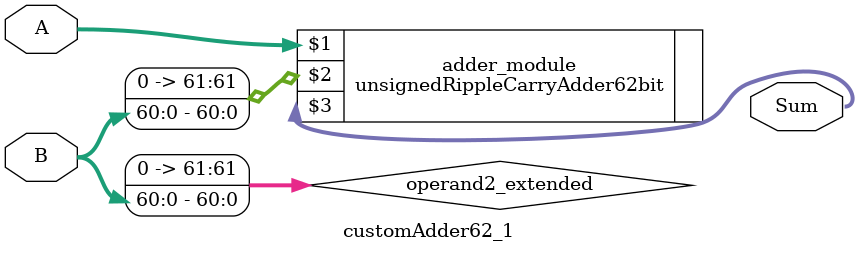
<source format=v>
module customAdder62_1(
                        input [61 : 0] A,
                        input [60 : 0] B,
                        
                        output [62 : 0] Sum
                );

        wire [61 : 0] operand2_extended;
        
        assign operand2_extended =  {1'b0, B};
        
        unsignedRippleCarryAdder62bit adder_module(
            A,
            operand2_extended,
            Sum
        );
        
        endmodule
        
</source>
